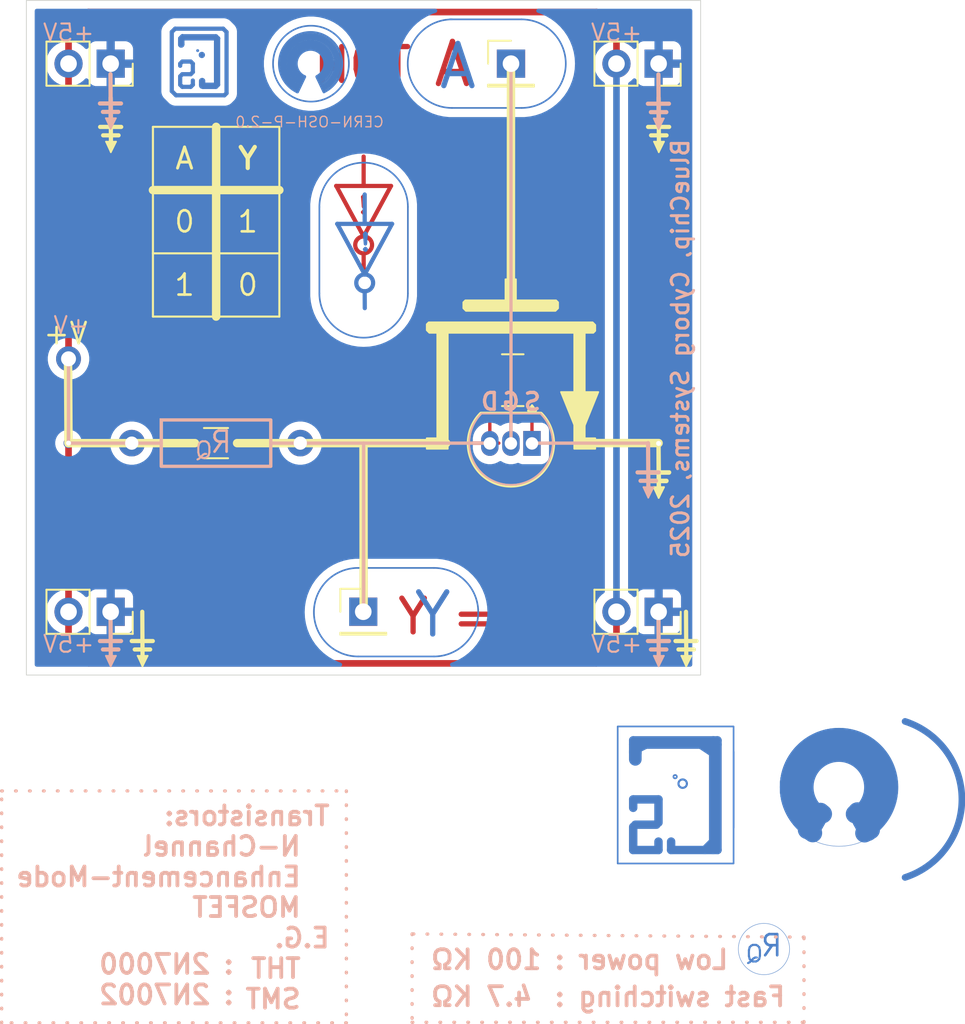
<source format=kicad_pcb>
(kicad_pcb (version 20241229) (generator "pcbnew") (generator_version "9.0")
  (layers (0 "F.Cu" signal) (2 "B.Cu" signal) (13 "F.Paste" user) (15 "B.Paste" user) (5 "F.SilkS" user "F.Silkscreen") (7 "B.SilkS" user "B.Silkscreen") (1 "F.Mask" user) (3 "B.Mask" user) (25 "Edge.Cuts" user))
  (net 0 "")
  (net 1 "Net-(A1-Pin_1)")
  (net 2 "GNDREF")
  (net 3 "VDD")
  (net 4 "Net-(Q13-D)")
  (net 5 "Net-(Q13-S)")
  (footprint "Connector_PinHeader_2.54mm:PinHeader_1x01_P2.54mm_Vertical" (layer "F.Cu") (at 227.321731 106.68329)
    (property "Reference" "A1" (hide yes))
    (property "Value" "Conn_01x01_Pin" (hide yes))
    (fp_line (start -1.38 -1.38) (end 0 -1.38) (stroke (width 0.12)) (layer "F.SilkS"))
    (fp_line (start -1.38 0) (end -1.38 -1.38) (stroke (width 0.12)) (layer "F.SilkS"))
    (fp_line (start -1.38 1.27) (end -1.38 1.38) (stroke (width 0.12)) (layer "F.SilkS"))
    (fp_line (start -1.38 1.27) (end 1.38 1.27) (stroke (width 0.12)) (layer "F.SilkS"))
    (fp_line (start -1.38 1.38) (end 1.38 1.38) (stroke (width 0.12)) (layer "F.SilkS"))
    (fp_line (start 1.38 1.27) (end 1.38 1.38) (stroke (width 0.12)) (layer "F.SilkS"))
    (pad "1" thru_hole rect (at 0 0) (size 1.7 1.7) (drill 1) (layers "*.Cu" "*.Mask") (net 1 "Net-(A1-Pin_1)"))
  )
  (footprint "Package_TO_SOT_THT:TO-92_Inline" (layer "F.Cu") (at 228.586283 129.561263 180)
    (property "Reference" "Q3" (hide yes))
    (property "Value" "2N7000" (hide yes))
    (fp_line (start -0.53 1.85) (end 3.07 1.85) (stroke (width 0.12)) (layer "F.SilkS"))
    (fp_arc (start 1.27 -2.6) (mid 3.672087 -0.994977) (end 3.108478 1.838478) (stroke (width 0.12)) (layer "F.SilkS"))
    (fp_arc (start -0.568478 1.838478) (mid -1.132087 -0.994977) (end 1.27 -2.6) (stroke (width 0.12)) (layer "F.SilkS"))
    (pad "1" thru_hole rect (at 0 0 180) (size 1.05 1.5) (drill 0.75) (layers "*.Cu" "*.Mask") (net 5 "Net-(Q13-S)"))
    (pad "2" thru_hole oval (at 1.27 0 180) (size 1.05 1.5) (drill 0.75) (layers "*.Cu" "*.Mask") (net 1 "Net-(A1-Pin_1)"))
    (pad "3" thru_hole oval (at 2.54 0 180) (size 1.05 1.5) (drill 0.75) (layers "*.Cu" "*.Mask") (net 4 "Net-(Q13-D)"))
  )
  (footprint "Connector_PinSocket_2.54mm:PinSocket_1x02_P2.54mm_Vertical" (layer "F.Cu") (at 203.191731 106.68329 -90)
    (property "Reference" "J1" (hide yes))
    (property "Value" "Conn_01x02_Pin" (hide yes))
    (fp_line (start -1.33 3.87) (end 1.33 3.87) (stroke (width 0.12)) (layer "F.SilkS"))
    (fp_line (start -1.33 1.270001) (end -1.33 3.87) (stroke (width 0.12)) (layer "F.SilkS"))
    (fp_line (start -1.33 1.270001) (end 1.33 1.270001) (stroke (width 0.12)) (layer "F.SilkS"))
    (fp_line (start 1.33 1.270001) (end 1.33 3.87) (stroke (width 0.12)) (layer "F.SilkS"))
    (fp_line (start 0 -1.33) (end 1.33 -1.33) (stroke (width 0.12)) (layer "F.SilkS"))
    (fp_line (start 1.33 -1.33) (end 1.33 0) (stroke (width 0.12)) (layer "F.SilkS"))
    (pad "1" thru_hole rect (at 0 0 270) (size 1.7 1.7) (drill 1) (layers "*.Cu" "*.Mask") (net 2 "GNDREF"))
    (pad "2" thru_hole circle (at 0 2.54 270) (size 1.7 1.7) (drill 1) (layers "*.Cu" "*.Mask") (net 3 "VDD"))
  )
  (footprint "Resistor_THT:R_Axial_DIN0207_L6.3mm_D2.5mm_P10.16mm_Horizontal" (layer "F.Cu") (at 204.461731 129.54329)
    (property "Reference" "R5" (hide yes))
    (property "Value" "R" (hide yes))
    (fp_line (start 1.04 0) (end 1.81 0) (stroke (width 0.12)) (layer "F.SilkS"))
    (fp_line (start 1.81 -1.37) (end 1.81 1.37) (stroke (width 0.12)) (layer "F.SilkS"))
    (fp_line (start 1.81 1.37) (end 8.35 1.37) (stroke (width 0.12)) (layer "F.SilkS"))
    (fp_line (start 8.35 -1.37) (end 1.81 -1.37) (stroke (width 0.12)) (layer "F.SilkS"))
    (fp_line (start 8.35 1.37) (end 8.35 -1.37) (stroke (width 0.12)) (layer "F.SilkS"))
    (fp_line (start 9.12 0) (end 8.35 0) (stroke (width 0.12)) (layer "F.SilkS"))
    (pad "1" thru_hole circle (at 0 0) (size 1.6 1.6) (drill 0.8) (layers "*.Cu" "*.Mask") (net 3 "VDD"))
    (pad "2" thru_hole oval (at 10.16 0) (size 1.6 1.6) (drill 0.8) (layers "*.Cu" "*.Mask") (net 4 "Net-(Q13-D)"))
  )
  (footprint "Connector_PinSocket_2.54mm:PinSocket_1x02_P2.54mm_Vertical" (layer "F.Cu") (at 236.219705 139.70329 -90)
    (property "Reference" "J3" (hide yes))
    (property "Value" "Conn_01x02_Pin" (hide yes))
    (fp_line (start -1.33 3.87) (end 1.33 3.87) (stroke (width 0.12)) (layer "F.SilkS"))
    (fp_line (start -1.33 1.270001) (end -1.33 3.87) (stroke (width 0.12)) (layer "F.SilkS"))
    (fp_line (start -1.33 1.270001) (end 1.33 1.270001) (stroke (width 0.12)) (layer "F.SilkS"))
    (fp_line (start 1.33 1.270001) (end 1.33 3.87) (stroke (width 0.12)) (layer "F.SilkS"))
    (fp_line (start 0 -1.33) (end 1.33 -1.33) (stroke (width 0.12)) (layer "F.SilkS"))
    (fp_line (start 1.33 -1.33) (end 1.33 0) (stroke (width 0.12)) (layer "F.SilkS"))
    (pad "1" thru_hole rect (at 0 0 270) (size 1.7 1.7) (drill 1) (layers "*.Cu" "*.Mask") (net 2 "GNDREF"))
    (pad "2" thru_hole circle (at 0 2.54 270) (size 1.7 1.7) (drill 1) (layers "*.Cu" "*.Mask") (net 3 "VDD"))
  )
  (footprint "Connector_PinSocket_2.54mm:PinSocket_1x02_P2.54mm_Vertical" (layer "F.Cu") (at 236.219705 106.68329 -90)
    (property "Reference" "J4" (hide yes))
    (property "Value" "Conn_01x02_Pin" (hide yes))
    (fp_line (start -1.33 3.87) (end 1.33 3.87) (stroke (width 0.12)) (layer "F.SilkS"))
    (fp_line (start -1.33 1.270001) (end -1.33 3.87) (stroke (width 0.12)) (layer "F.SilkS"))
    (fp_line (start -1.33 1.270001) (end 1.33 1.270001) (stroke (width 0.12)) (layer "F.SilkS"))
    (fp_line (start 1.33 1.270001) (end 1.33 3.87) (stroke (width 0.12)) (layer "F.SilkS"))
    (fp_line (start 0 -1.33) (end 1.33 -1.33) (stroke (width 0.12)) (layer "F.SilkS"))
    (fp_line (start 1.33 -1.33) (end 1.33 0) (stroke (width 0.12)) (layer "F.SilkS"))
    (pad "1" thru_hole rect (at 0 0 270) (size 1.7 1.7) (drill 1) (layers "*.Cu" "*.Mask") (net 2 "GNDREF"))
    (pad "2" thru_hole circle (at 0 2.54 270) (size 1.7 1.7) (drill 1) (layers "*.Cu" "*.Mask") (net 3 "VDD"))
  )
  (footprint "Connector_PinSocket_2.54mm:PinSocket_1x02_P2.54mm_Vertical" (layer "F.Cu") (at 203.191731 139.70329 -90)
    (property "Reference" "J2" (hide yes))
    (property "Value" "Conn_01x02_Pin" (hide yes))
    (fp_line (start -1.33 3.87) (end 1.33 3.87) (stroke (width 0.12)) (layer "F.SilkS"))
    (fp_line (start -1.33 1.270001) (end -1.33 3.87) (stroke (width 0.12)) (layer "F.SilkS"))
    (fp_line (start -1.33 1.270001) (end 1.33 1.270001) (stroke (width 0.12)) (layer "F.SilkS"))
    (fp_line (start 1.33 1.270001) (end 1.33 3.87) (stroke (width 0.12)) (layer "F.SilkS"))
    (fp_line (start 0 -1.33) (end 1.33 -1.33) (stroke (width 0.12)) (layer "F.SilkS"))
    (fp_line (start 1.33 -1.33) (end 1.33 0) (stroke (width 0.12)) (layer "F.SilkS"))
    (pad "1" thru_hole rect (at 0 0 270) (size 1.7 1.7) (drill 1) (layers "*.Cu" "*.Mask") (net 2 "GNDREF"))
    (pad "2" thru_hole circle (at 0 2.54 270) (size 1.7 1.7) (drill 1) (layers "*.Cu" "*.Mask") (net 3 "VDD"))
  )
  (footprint "Connector_PinHeader_2.54mm:PinHeader_1x01_P2.54mm_Vertical" (layer "F.Cu") (at 218.416284 139.7)
    (property "Reference" "Y1" (hide yes))
    (property "Value" "Conn_01x01_Pin" (hide yes))
    (fp_line (start -1.38 -1.38) (end 0 -1.38) (stroke (width 0.12)) (layer "F.SilkS"))
    (fp_line (start -1.38 0) (end -1.38 -1.38) (stroke (width 0.12)) (layer "F.SilkS"))
    (fp_line (start -1.38 1.27) (end -1.38 1.38) (stroke (width 0.12)) (layer "F.SilkS"))
    (fp_line (start -1.38 1.27) (end 1.38 1.27) (stroke (width 0.12)) (layer "F.SilkS"))
    (fp_line (start -1.38 1.38) (end 1.38 1.38) (stroke (width 0.12)) (layer "F.SilkS"))
    (fp_line (start 1.38 1.27) (end 1.38 1.38) (stroke (width 0.12)) (layer "F.SilkS"))
    (pad "1" thru_hole rect (at 0 0) (size 1.7 1.7) (drill 1) (layers "*.Cu" "*.Mask") (net 4 "Net-(Q13-D)"))
  )
  (footprint "Resistor_SMD:R_1206_3216Metric" (layer "F.Cu") (at 209.541731 129.54329)
    (property "Reference" "R15" (hide yes))
    (property "Value" "R" (hide yes))
    (fp_line (start -0.727064 -0.91) (end 0.727064 -0.91) (stroke (width 0.12)) (layer "F.SilkS"))
    (fp_line (start -0.727064 0.91) (end 0.727064 0.91) (stroke (width 0.12)) (layer "F.SilkS"))
    (pad "1" smd roundrect (at -1.4625 0) (size 1.125 1.75) (layers "F.Cu" "F.Mask" "F.Paste") (roundrect_rratio 0.222222) (net 3 "VDD"))
    (pad "2" smd roundrect (at 1.4625 0) (size 1.125 1.75) (layers "F.Cu" "F.Mask" "F.Paste") (roundrect_rratio 0.222222) (net 4 "Net-(Q13-D)"))
  )
  (footprint "Package_TO_SOT_SMD:SOT-23" (layer "F.Cu") (at 227.427779 125.751263 180)
    (property "Reference" "Q13" (hide yes))
    (property "Value" "2N7000" (hide yes))
    (fp_line (start 0 1.56) (end 0.65 1.56) (stroke (width 0.12)) (layer "F.SilkS"))
    (fp_line (start 0 1.56) (end -0.65 1.56) (stroke (width 0.12)) (layer "F.SilkS"))
    (fp_line (start 0 -1.56) (end 0.65 -1.56) (stroke (width 0.12)) (layer "F.SilkS"))
    (fp_line (start 0 -1.56) (end -0.65 -1.56) (stroke (width 0.12)) (layer "F.SilkS"))
    (fp_poly (pts (xy -1.1625 -1.51) (xy -1.4025 -1.84) (xy -0.9225 -1.84)) (stroke (width 0.12)) (fill yes) (layer "F.SilkS"))
    (pad "1" smd roundrect (at -0.9375 -0.95 180) (size 1.475 0.6) (layers "F.Cu" "F.Mask" "F.Paste") (net 5 "Net-(Q13-S)"))
    (pad "2" smd roundrect (at -0.9375 0.95 180) (size 1.475 0.6) (layers "F.Cu" "F.Mask" "F.Paste") (net 1 "Net-(A1-Pin_1)"))
    (pad "3" smd roundrect (at 0.9375 0 180) (size 1.475 0.6) (layers "F.Cu" "F.Mask" "F.Paste") (net 4 "Net-(Q13-D)"))
  )
  (gr_line (start 218.439705 118.11) (end 218.444695 119.126) (stroke (width 0.254)) (layer "F.Cu"))
  (gr_line (start 216.788705 114.046) (end 218.439705 117.094) (stroke (width 0.254)) (layer "F.Cu"))
  (gr_line (start 218.439705 114.03561) (end 218.439705 112.278389) (stroke (width 0.254)) (layer "F.Cu"))
  (gr_circle (center 218.439705 117.602) (end 218.947705 117.602) (stroke (width 0.254)) (fill no) (layer "F.Cu"))
  (gr_line (start 218.439705 117.094) (end 220.090705 114.046) (stroke (width 0.254)) (layer "F.Cu"))
  (gr_line (start 239.767731 147.70429) (end 234.687731 147.70429) (stroke (width 0.508)) (layer "B.Cu"))
  (gr_circle (center 248.837574 152.95076) (end 248.888374 152.97616) (stroke (width 0.508)) (fill no) (layer "B.Cu"))
  (gr_arc (start 218.108487 142.39572) (mid 215.441471 139.72873) (end 218.108487 137.06172) (stroke (width 0.1)) (layer "B.Cu"))
  (gr_arc (start 227.956731 104.01629) (mid 230.623768 106.683332) (end 227.956731 109.35029) (stroke (width 0.1)) (layer "B.Cu"))
  (gr_arc (start 245.607153 153.397744) (mid 247.09715 146.811016) (end 248.532958 153.409764) (stroke (width 0.2)) (layer "B.Cu"))
  (gr_circle (center 248.515214 153.31687) (end 248.515214 153.31687) (stroke (width 0.254)) (fill no) (layer "B.Cu"))
  (gr_line (start 234.687731 151.00629) (end 234.687731 151.51429) (stroke (width 0.508)) (layer "B.Cu"))
  (gr_circle (center 242.569705 160.02) (end 241.058161 160.339943) (stroke (width 0.0254)) (fill no) (layer "B.Cu"))
  (gr_line (start 236.211731 151.00629) (end 236.211731 152.40329) (stroke (width 0.508)) (layer "B.Cu"))
  (gr_line (start 239.767731 147.45029) (end 239.767731 154.05429) (stroke (width 0.508)) (layer "B.Cu"))
  (gr_arc (start 214.50302 108.080261) (mid 215.230079 105.105729) (end 215.97841 108.074969) (stroke (width 0.127)) (layer "B.Cu"))
  (gr_arc (start 214.42682 108.156461) (mid 215.295506 105.002154) (end 215.948614 108.208042) (stroke (width 0.127)) (layer "B.Cu"))
  (gr_circle (center 245.1725 152.833745) (end 245.2233 152.859145) (stroke (width 0.508)) (fill no) (layer "B.Cu"))
  (gr_line (start 216.852205 116.332) (end 218.503205 119.38) (stroke (width 0.254)) (layer "B.Cu"))
  (gr_circle (center 248.063975 151.887874) (end 248.114775 151.913274) (stroke (width 0.508)) (fill no) (layer "B.Cu"))
  (gr_circle (center 237.670137 150.057079) (end 237.924137 150.057079) (stroke (width 0.127)) (fill no) (layer "B.Cu"))
  (gr_circle (center 237.215121 149.6377) (end 237.316721 149.6377) (stroke (width 0.1016)) (fill no) (layer "B.Cu"))
  (gr_line (start 239.767731 147.45029) (end 234.687731 147.45029) (stroke (width 0.508)) (layer "B.Cu"))
  (gr_arc (start 214.549821 107.873699) (mid 215.261015 105.311817) (end 215.860673 107.902076) (stroke (width 0.127)) (layer "B.Cu"))
  (gr_arc (start 251.074944 146.307323) (mid 254.499735 151.006292) (end 251.074961 155.705269) (stroke (width 0.4)) (layer "B.Cu"))
  (gr_circle (center 248.200531 151.742888) (end 248.251331 151.768288) (stroke (width 0.508)) (fill no) (layer "B.Cu"))
  (gr_line (start 215.772705 115.316) (end 215.772705 120.523) (stroke (width 0.1)) (layer "B.Cu"))
  (gr_arc (start 214.45222 108.410461) (mid 215.232508 104.785059) (end 216.039962 108.404504) (stroke (width 0.127)) (layer "B.Cu"))
  (gr_line (start 214.874154 107.472674) (end 214.445333 108.37219) (stroke (width 0.2)) (layer "B.Cu"))
  (gr_arc (start 215.772705 115.316) (mid 218.439705 112.649) (end 221.106705 115.316) (stroke (width 0.1)) (layer "B.Cu"))
  (gr_arc (start 214.68082 107.673861) (mid 215.203652 105.548641) (end 215.842413 107.64198) (stroke (width 0.127)) (layer "B.Cu"))
  (gr_arc (start 245.27741 152.05622) (mid 247.095686 147.72973) (end 248.870405 152.074275) (stroke (width 2.032)) (layer "B.Cu"))
  (gr_circle (center 245.382152 152.936133) (end 245.432952 152.961533) (stroke (width 0.508)) (fill no) (layer "B.Cu"))
  (gr_line (start 234.687731 154.05429) (end 234.687731 152.65729) (stroke (width 0.508)) (layer "B.Cu"))
  (gr_circle (center 215.26502 106.683261) (end 212.97902 106.683261) (stroke (width 0.1)) (fill no) (layer "B.Cu"))
  (gr_line (start 234.814731 148.08529) (end 234.814731 148.59329) (stroke (width 0.762)) (layer "B.Cu"))
  (gr_arc (start 214.75702 107.445261) (mid 215.224353 105.785861) (end 215.717417 107.437804) (stroke (width 0.127)) (layer "B.Cu"))
  (gr_circle (center 218.503205 119.888) (end 219.011205 119.888) (stroke (width 0.254)) (fill no) (layer "B.Cu"))
  (gr_line (start 223.765731 109.35029) (end 227.956731 109.35029) (stroke (width 0.1)) (layer "B.Cu"))
  (gr_line (start 227.956731 104.01629) (end 223.638731 104.01629) (stroke (width 0.1)) (layer "B.Cu"))
  (gr_line (start 247.946531 151.946088) (end 248.556131 153.114488) (stroke (width 0.508)) (layer "B.Cu"))
  (gr_arc (start 214.60462 107.750061) (mid 215.13687 105.448044) (end 216.025333 107.637426) (stroke (width 0.127)) (layer "B.Cu"))
  (gr_line (start 215.630291 107.467949) (end 216.05242 108.359661) (stroke (width 0.2)) (layer "B.Cu"))
  (gr_line (start 240.737078 148.13613) (end 240.737078 152.70813) (stroke (width 0.1)) (layer "B.Cu"))
  (gr_arc (start 214.60462 107.793347) (mid 215.175907 105.349001) (end 215.84679 107.767941) (stroke (width 0.127)) (layer "B.Cu"))
  (gr_line (start 222.680487 142.39572) (end 218.108487 142.39572) (stroke (width 0.1)) (layer "B.Cu"))
  (gr_arc (start 222.680487 137.06172) (mid 225.347471 139.72873) (end 222.680487 142.39572) (stroke (width 0.1)) (layer "B.Cu"))
  (gr_circle (center 208.434772 105.897032) (end 208.510972 105.897032) (stroke (width 0.0254)) (fill yes) (layer "B.Cu"))
  (gr_line (start 238.751731 147.70429) (end 239.513731 148.21229) (stroke (width 0.508)) (layer "B.Cu"))
  (gr_line (start 221.106705 120.523) (end 221.106705 115.316) (stroke (width 0.1)) (layer "B.Cu"))
  (gr_circle (center 248.632331 153.038288) (end 248.683131 153.063688) (stroke (width 0.508)) (fill no) (layer "B.Cu"))
  (gr_line (start 236.084731 152.53029) (end 234.814731 152.53029) (stroke (width 0.508)) (layer "B.Cu"))
  (gr_circle (center 245.972103 151.770859) (end 246.022903 151.796259) (stroke (width 0.508)) (fill no) (layer "B.Cu"))
  (gr_line (start 239.005731 154.05429) (end 239.513731 153.54629) (stroke (width 0.508)) (layer "B.Cu"))
  (gr_arc (start 223.765731 109.35029) (mid 221.098768 106.683332) (end 223.765731 104.01629) (stroke (width 0.1)) (layer "B.Cu"))
  (gr_line (start 218.108487 137.06172) (end 222.680487 137.06172) (stroke (width 0.1)) (layer "B.Cu"))
  (gr_circle (center 246.108621 151.882998) (end 246.159421 151.908398) (stroke (width 0.508)) (fill no) (layer "B.Cu"))
  (gr_line (start 234.687731 147.45029) (end 234.687731 148.21229) (stroke (width 0.508)) (layer "B.Cu"))
  (gr_line (start 239.513731 153.54629) (end 239.513731 147.95829) (stroke (width 0.508)) (layer "B.Cu"))
  (gr_line (start 239.767731 154.05429) (end 236.973731 154.05429) (stroke (width 0.508)) (layer "B.Cu"))
  (gr_rect (start 233.752078 146.61213) (end 240.737078 154.86713) (stroke (width 0.1)) (fill no) (layer "B.Cu"))
  (gr_line (start 234.941731 147.70429) (end 234.941731 148.21229) (stroke (width 0.508)) (layer "B.Cu"))
  (gr_line (start 234.687731 151.00629) (end 236.211731 151.00629) (stroke (width 0.508)) (layer "B.Cu"))
  (gr_line (start 218.503205 119.38) (end 220.154205 116.332) (stroke (width 0.254)) (layer "B.Cu"))
  (gr_circle (center 248.996845 152.843496) (end 249.047645 152.868896) (stroke (width 0.508)) (fill no) (layer "B.Cu"))
  (gr_arc (start 214.75702 107.63734) (mid 215.248008 105.616441) (end 215.68893 107.648886) (stroke (width 0.127)) (layer "B.Cu"))
  (gr_line (start 236.211731 154.05429) (end 234.687731 154.05429) (stroke (width 0.508)) (layer "B.Cu"))
  (gr_line (start 236.211731 153.54629) (end 236.211731 154.05429) (stroke (width 0.508)) (layer "B.Cu"))
  (gr_line (start 236.973731 153.54629) (end 236.973731 154.05429) (stroke (width 0.508)) (layer "B.Cu"))
  (gr_arc (start 214.55382 108.004061) (mid 215.237179 105.195571) (end 215.924885 108.003037) (stroke (width 0.127)) (layer "B.Cu"))
  (gr_line (start 235.449731 147.70429) (end 234.941731 147.95829) (stroke (width 0.508)) (layer "B.Cu"))
  (gr_line (start 218.503205 116.32161) (end 218.503205 114.564389) (stroke (width 0.254)) (layer "B.Cu"))
  (gr_arc (start 214.75702 107.568683) (mid 215.210861 105.678376) (end 215.74762 107.54686) (stroke (width 0.127)) (layer "B.Cu"))
  (gr_circle (center 245.513794 153.02877) (end 245.564594 153.05417) (stroke (width 0.508)) (fill no) (layer "B.Cu"))
  (gr_arc (start 214.887714 107.445705) (mid 215.201685 105.844323) (end 215.658926 107.410821) (stroke (width 0.127)) (layer "B.Cu"))
  (gr_arc (start 221.106705 120.523) (mid 218.439705 123.19) (end 215.772705 120.523) (stroke (width 0.1)) (layer "B.Cu"))
  (gr_arc (start 214.40142 108.258061) (mid 215.273378 104.903216) (end 215.988973 108.294825) (stroke (width 0.127)) (layer "B.Cu"))
  (gr_line (start 246.270131 151.920688) (end 245.584331 153.139888) (stroke (width 0.508)) (layer "B.Cu"))
  (gr_circle (center 208.687022 106.158719) (end 208.687022 106.031719) (stroke (width 0.127)) (fill yes) (layer "B.Cu"))
  (gr_line (start 239.513731 147.45029) (end 239.513731 154.05429) (stroke (width 0.508)) (layer "B.Cu"))
  (gr_circle (center 245.637845 153.302861) (end 245.637845 153.302861) (stroke (width 0.254)) (fill no) (layer "B.Cu"))
  (gr_line (start 218.503205 120.396) (end 218.508195 121.412) (stroke (width 0.254)) (layer "B.Cu"))
  (gr_circle (center 247.095695 150.26972) (end 243.535977 150.279471) (stroke (width 0.0254)) (fill no) (layers "B.Cu" "B.Mask"))
  (gr_line (start 237.236 141.46578) (end 238.506 141.46578) (stroke (width 0.254)) (layer "F.SilkS"))
  (gr_line (start 235.939452 111.38229) (end 236.545163 111.38229) (stroke (width 0.1)) (layer "F.SilkS"))
  (gr_line (start 205.115981 142.7668) (end 205.097026 139.70329) (stroke (width 0.254)) (layer "F.SilkS"))
  (gr_line (start 237.882656 142.98978) (end 237.590747 142.35478) (stroke (width 0.1)) (layer "F.SilkS"))
  (gr_line (start 202.737005 111.00129) (end 203.668351 111.00129) (stroke (width 0.254)) (layer "F.SilkS"))
  (gr_line (start 205.422484 142.35478) (end 205.108682 142.98978) (stroke (width 0.1)) (layer "F.SilkS"))
  (gr_poly (pts (xy 224.605439 121.576458) (xy 224.446689 121.417708) (xy 224.446689 121.06052) (xy 224.565751 120.941458) (xy 226.986689 120.941458) (xy 226.986689 119.671458) (xy 227.621689 119.671458) (xy 227.621689 120.941458) (xy 230.042627 120.941458) (xy 230.161689 121.06052) (xy 230.161689 121.417708) (xy 230.002939 121.576458)) (stroke (width 0.1)) (fill yes) (layer "F.SilkS"))
  (gr_line (start 237.590747 142.35478) (end 238.196458 142.35478) (stroke (width 0.1)) (layer "F.SilkS"))
  (gr_line (start 231.868084 129.54) (end 236.219705 129.54) (stroke (width 0.508)) (layer "F.SilkS"))
  (gr_line (start 235.584705 131.30249) (end 236.854705 131.30249) (stroke (width 0.254)) (layer "F.SilkS"))
  (gr_line (start 236.122908 132.400656) (end 236.346705 132.397412) (stroke (width 0.1)) (layer "F.SilkS"))
  (gr_line (start 236.056958 111.483343) (end 236.404006 111.483343) (stroke (width 0.2032)) (layer "F.SilkS"))
  (gr_line (start 237.774203 142.563946) (end 237.998 142.560702) (stroke (width 0.1)) (layer "F.SilkS"))
  (gr_line (start 235.575227 131.323753) (end 236.845227 131.323753) (stroke (width 0.254)) (layer "F.SilkS"))
  (gr_line (start 203.028984 111.483343) (end 203.376032 111.483343) (stroke (width 0.2032)) (layer "F.SilkS"))
  (gr_line (start 237.889955 142.7668) (end 237.871 139.70329) (stroke (width 0.254)) (layer "F.SilkS"))
  (gr_line (start 236.23866 111.79431) (end 236.219705 108.7308) (stroke (width 0.254)) (layer "F.SilkS"))
  (gr_poly (pts (xy 232.585186 126.463134) (xy 231.457883 129.249432) (xy 230.332729 126.463036)) (stroke (width 0.1)) (fill yes) (layer "F.SilkS"))
  (gr_line (start 204.934279 142.455833) (end 205.281327 142.455833) (stroke (width 0.2032)) (layer "F.SilkS"))
  (gr_line (start 236.221883 132.847753) (end 235.929974 132.212753) (stroke (width 0.1)) (layer "F.SilkS"))
  (gr_line (start 236.11343 132.421919) (end 236.337227 132.418675) (stroke (width 0.1)) (layer "F.SilkS"))
  (gr_line (start 235.764979 111.00129) (end 236.696325 111.00129) (stroke (width 0.254)) (layer "F.SilkS"))
  (gr_line (start 204.816773 142.35478) (end 205.422484 142.35478) (stroke (width 0.1)) (layer "F.SilkS"))
  (gr_line (start 227.316284 120.036263) (end 227.321731 106.68329) (stroke (width 0.508)) (layer "F.SilkS"))
  (gr_line (start 205.108682 142.98978) (end 204.816773 142.35478) (stroke (width 0.1)) (layer "F.SilkS"))
  (gr_line (start 236.229182 132.624773) (end 236.210227 129.561263) (stroke (width 0.254)) (layer "F.SilkS"))
  (gr_line (start 208.271731 129.54329) (end 200.651731 129.54329) (stroke (width 0.508)) (layer "F.SilkS"))
  (gr_poly (pts (xy 222.242026 129.884432) (xy 222.242026 129.249432) (xy 222.877026 129.249432) (xy 222.877026 122.899432) (xy 222.400776 122.899432) (xy 222.242026 122.740682) (xy 222.242026 122.383494) (xy 222.361088 122.264432) (xy 232.243276 122.264432) (xy 232.402026 122.423182) (xy 232.402026 122.78037) (xy 232.282964 122.899432) (xy 231.767026 122.899432) (xy 231.767026 129.249432) (xy 232.402026 129.249432) (xy 232.402026 129.884432) (xy 231.132026 129.884432) (xy 231.132026 122.899432) (xy 223.512026 122.899432) (xy 223.512026 129.884432)) (stroke (width 0.1)) (fill yes) (layer "F.SilkS"))
  (gr_line (start 236.545163 111.38229) (end 236.231361 112.01729) (stroke (width 0.1)) (layer "F.SilkS"))
  (gr_line (start 236.122908 111.591456) (end 236.346705 111.588212) (stroke (width 0.1)) (layer "F.SilkS"))
  (gr_line (start 210.811731 129.54329) (end 223.418352 129.54329) (stroke (width 0.508)) (layer "F.SilkS"))
  (gr_line (start 203.094934 111.591456) (end 203.318731 111.588212) (stroke (width 0.1)) (layer "F.SilkS"))
  (gr_line (start 236.056958 132.292543) (end 236.404006 132.292543) (stroke (width 0.2032)) (layer "F.SilkS"))
  (gr_line (start 236.231361 112.01729) (end 235.939452 111.38229) (stroke (width 0.1)) (layer "F.SilkS"))
  (gr_line (start 237.416274 141.97378) (end 238.34762 141.97378) (stroke (width 0.254)) (layer "F.SilkS"))
  (gr_line (start 236.04748 132.313806) (end 236.394528 132.313806) (stroke (width 0.2032)) (layer "F.SilkS"))
  (gr_line (start 209.549705 110.49) (end 209.549705 121.92) (stroke (width 0.508)) (layer "F.SilkS"))
  (gr_line (start 238.196458 142.35478) (end 237.882656 142.98978) (stroke (width 0.1)) (layer "F.SilkS"))
  (gr_line (start 203.203387 112.01729) (end 202.911478 111.38229) (stroke (width 0.1)) (layer "F.SilkS"))
  (gr_line (start 236.231361 132.82649) (end 235.939452 132.19149) (stroke (width 0.1)) (layer "F.SilkS"))
  (gr_line (start 204.6423 141.97378) (end 205.573646 141.97378) (stroke (width 0.254)) (layer "F.SilkS"))
  (gr_line (start 236.23866 132.60351) (end 236.219705 129.54) (stroke (width 0.254)) (layer "F.SilkS"))
  (gr_line (start 235.939452 132.19149) (end 236.545163 132.19149) (stroke (width 0.1)) (layer "F.SilkS"))
  (gr_line (start 204.462026 141.46578) (end 205.732026 141.46578) (stroke (width 0.254)) (layer "F.SilkS"))
  (gr_line (start 235.764979 131.81049) (end 236.696325 131.81049) (stroke (width 0.254)) (layer "F.SilkS"))
  (gr_line (start 205.739705 114.3) (end 213.359705 114.3) (stroke (width 0.508)) (layer "F.SilkS"))
  (gr_line (start 236.545163 132.19149) (end 236.231361 132.82649) (stroke (width 0.1)) (layer "F.SilkS"))
  (gr_line (start 200.651731 129.54329) (end 200.621731 124.46329) (stroke (width 0.508)) (layer "F.SilkS"))
  (gr_line (start 202.556731 110.49329) (end 203.826731 110.49329) (stroke (width 0.254)) (layer "F.SilkS"))
  (gr_line (start 235.584705 110.49329) (end 236.854705 110.49329) (stroke (width 0.254)) (layer "F.SilkS"))
  (gr_line (start 218.431731 129.54329) (end 218.440923 139.7) (stroke (width 0.508)) (layer "F.SilkS"))
  (gr_line (start 235.929974 132.212753) (end 236.535685 132.212753) (stroke (width 0.1)) (layer "F.SilkS"))
  (gr_line (start 205.000229 142.563946) (end 205.224026 142.560702) (stroke (width 0.1)) (layer "F.SilkS"))
  (gr_line (start 203.517189 111.38229) (end 203.203387 112.01729) (stroke (width 0.1)) (layer "F.SilkS"))
  (gr_line (start 235.755501 131.831753) (end 236.686847 131.831753) (stroke (width 0.254)) (layer "F.SilkS"))
  (gr_line (start 203.210686 111.79431) (end 203.191731 108.7308) (stroke (width 0.254)) (layer "F.SilkS"))
  (gr_line (start 237.708253 142.455833) (end 238.055301 142.455833) (stroke (width 0.2032)) (layer "F.SilkS"))
  (gr_line (start 202.911478 111.38229) (end 203.517189 111.38229) (stroke (width 0.1)) (layer "F.SilkS"))
  (gr_line (start 236.535685 132.212753) (end 236.221883 132.847753) (stroke (width 0.1)) (layer "F.SilkS"))
  (gr_line (start 203.083278 110.178946) (end 203.307075 110.175702) (stroke (width 0.1)) (layer "B.SilkS"))
  (gr_line (start 236.219705 110.62029) (end 235.927796 109.98529) (stroke (width 0.1)) (layer "B.SilkS"))
  (gr_poly (pts (xy 221.36041 159.109966) (xy 221.36041 164.433556) (xy 244.98241 164.433556) (xy 244.98241 159.303589)) (stroke (width 0.2) (type dot)) (fill no) (layer "B.SilkS"))
  (gr_line (start 203.191731 110.60478) (end 202.899822 109.96978) (stroke (width 0.1)) (layer "B.SilkS"))
  (gr_line (start 236.229182 142.7668) (end 236.210227 139.70329) (stroke (width 0.254)) (layer "B.SilkS"))
  (gr_line (start 202.547253 141.46578) (end 203.817253 141.46578) (stroke (width 0.254)) (layer "B.SilkS"))
  (gr_line (start 202.545075 109.08078) (end 203.815075 109.08078) (stroke (width 0.254)) (layer "B.SilkS"))
  (gr_line (start 235.422253 132.295833) (end 235.769301 132.295833) (stroke (width 0.2032)) (layer "B.SilkS"))
  (gr_line (start 235.585 129.54329) (end 228.591731 129.54329) (stroke (width 0.2)) (layer "B.SilkS"))
  (gr_line (start 235.753323 109.60429) (end 236.684669 109.60429) (stroke (width 0.254)) (layer "B.SilkS"))
  (gr_line (start 236.045302 110.086343) (end 236.39235 110.086343) (stroke (width 0.2032)) (layer "B.SilkS"))
  (gr_line (start 203.505533 109.96978) (end 203.191731 110.60478) (stroke (width 0.1)) (layer "B.SilkS"))
  (gr_line (start 235.929974 142.35478) (end 236.535685 142.35478) (stroke (width 0.1)) (layer "B.SilkS"))
  (gr_line (start 234.95 131.30578) (end 236.22 131.30578) (stroke (width 0.254)) (layer "B.SilkS"))
  (gr_line (start 202.902 142.35478) (end 203.507711 142.35478) (stroke (width 0.1)) (layer "B.SilkS"))
  (gr_line (start 236.535685 142.35478) (end 236.221883 142.98978) (stroke (width 0.1)) (layer "B.SilkS"))
  (gr_line (start 206.239731 129.54329) (end 200.651731 129.54329) (stroke (width 0.2)) (layer "B.SilkS"))
  (gr_line (start 225.543731 127.76529) (end 229.09973 127.76529) (stroke (width 0.1)) (layer "B.SilkS"))
  (gr_arc (start 229.099732 127.76529) (mid 227.321732 132.057762) (end 225.543732 127.76529) (stroke (width 0.1)) (layer "B.SilkS"))
  (gr_line (start 235.596656 132.82978) (end 235.304747 132.19478) (stroke (width 0.1)) (layer "B.SilkS"))
  (gr_line (start 235.575227 141.46578) (end 236.845227 141.46578) (stroke (width 0.254)) (layer "B.SilkS"))
  (gr_line (start 235.603955 132.6068) (end 235.585 129.54329) (stroke (width 0.254)) (layer "B.SilkS"))
  (gr_line (start 226.051731 129.54329) (end 212.843731 129.54329) (stroke (width 0.2)) (layer "B.SilkS"))
  (gr_line (start 203.019506 142.455833) (end 203.366554 142.455833) (stroke (width 0.2032)) (layer "B.SilkS"))
  (gr_line (start 236.11343 142.563946) (end 236.337227 142.560702) (stroke (width 0.1)) (layer "B.SilkS"))
  (gr_line (start 202.727527 141.97378) (end 203.658873 141.97378) (stroke (width 0.254)) (layer "B.SilkS"))
  (gr_line (start 202.725349 109.58878) (end 203.656695 109.58878) (stroke (width 0.254)) (layer "B.SilkS"))
  (gr_line (start 235.910458 132.19478) (end 235.596656 132.82978) (stroke (width 0.1)) (layer "B.SilkS"))
  (gr_line (start 235.927796 109.98529) (end 236.533507 109.98529) (stroke (width 0.1)) (layer "B.SilkS"))
  (gr_line (start 203.085456 142.563946) (end 203.309253 142.560702) (stroke (width 0.1)) (layer "B.SilkS"))
  (gr_arc (start 229.099731 127.76529) (mid 227.321731 132.057762) (end 225.543731 127.76529) (stroke (width 0.1)) (layer "B.SilkS"))
  (gr_line (start 200.651731 129.54329) (end 200.651731 124.46329) (stroke (width 0.2)) (layer "B.SilkS"))
  (gr_rect (start 206.239731 128.14629) (end 212.843731 130.94029) (stroke (width 0.2)) (fill no) (layer "B.SilkS"))
  (gr_line (start 235.304747 132.19478) (end 235.910458 132.19478) (stroke (width 0.1)) (layer "B.SilkS"))
  (gr_line (start 235.755501 141.97378) (end 236.686847 141.97378) (stroke (width 0.254)) (layer "B.SilkS"))
  (gr_line (start 236.04748 142.455833) (end 236.394528 142.455833) (stroke (width 0.2032)) (layer "B.SilkS"))
  (gr_line (start 203.201208 142.7668) (end 203.182253 139.70329) (stroke (width 0.254)) (layer "B.SilkS"))
  (gr_line (start 235.488203 132.403946) (end 235.712 132.400702) (stroke (width 0.1)) (layer "B.SilkS"))
  (gr_line (start 227.321731 106.68329) (end 227.321731 129.54329) (stroke (width 0.2)) (layer "B.SilkS"))
  (gr_line (start 203.193909 142.98978) (end 202.902 142.35478) (stroke (width 0.1)) (layer "B.SilkS"))
  (gr_line (start 236.111252 110.194456) (end 236.335049 110.191212) (stroke (width 0.1)) (layer "B.SilkS"))
  (gr_rect (start 196.6212 150.495) (end 217.398211 164.465) (stroke (width 0.2) (type dot)) (fill no) (layer "B.SilkS"))
  (gr_line (start 235.573049 109.09629) (end 236.843049 109.09629) (stroke (width 0.254)) (layer "B.SilkS"))
  (gr_line (start 236.221883 142.98978) (end 235.929974 142.35478) (stroke (width 0.1)) (layer "B.SilkS"))
  (gr_line (start 225.543732 127.76529) (end 229.099731 127.76529) (stroke (width 0.1)) (layer "B.SilkS"))
  (gr_line (start 202.899822 109.96978) (end 203.505533 109.96978) (stroke (width 0.1)) (layer "B.SilkS"))
  (gr_line (start 236.533507 109.98529) (end 236.219705 110.62029) (stroke (width 0.1)) (layer "B.SilkS"))
  (gr_line (start 236.227004 110.39731) (end 236.208049 107.3338) (stroke (width 0.254)) (layer "B.SilkS"))
  (gr_line (start 218.439705 139.7) (end 218.439705 129.54) (stroke (width 0.2)) (layer "B.SilkS"))
  (gr_line (start 203.017328 110.070833) (end 203.364376 110.070833) (stroke (width 0.2032)) (layer "B.SilkS"))
  (gr_line (start 203.507711 142.35478) (end 203.193909 142.98978) (stroke (width 0.1)) (layer "B.SilkS"))
  (gr_line (start 235.130274 131.81378) (end 236.06162 131.81378) (stroke (width 0.254)) (layer "B.SilkS"))
  (gr_line (start 203.19903 110.3818) (end 203.180075 107.31829) (stroke (width 0.254)) (layer "B.SilkS"))
  (gr_rect (start 198.112026 102.87329) (end 238.752026 143.51329) (stroke (width 0.05)) (fill no) (layer "Edge.Cuts"))
  (gr_text "A" (at 222.495731 108.20729 0) (layer "F.Cu") (effects (font (size 2.54 2.54) (thickness 0.3175)) (justify left bottom)))
  (gr_text "Y = ~{A}" (at 220.340739 141.179113 0) (layer "F.Cu") (effects (font (size 2.032 2.032) (thickness 0.3175)) (justify left bottom)))
  (gr_text "!" (at 218.054688 115.814609 0) (layer "F.Cu") (effects (font (size 1.016 1.016) (thickness 0.2032) (bold yes)) (justify left bottom)))
  (gr_text "NOT" (at 215.264705 107.95 0) (layer "F.Cu") (effects (font (size 2.032 2.032) (thickness 0.3175)) (justify left bottom)))
  (gr_text "A" (at 225.416731 108.33429 0) (layer "B.Cu") (effects (font (size 2.54 2.54) (thickness 0.3175)) (justify left bottom mirror)))
  (gr_text "Y" (at 223.900705 141.36742 0) (layer "B.Cu") (effects (font (size 2.54 2.54) (thickness 0.3175)) (justify left bottom mirror)))
  (gr_text "!" (at 218.171619 118.054278 0) (layer "B.Cu") (effects (font (size 1.016 1.016) (thickness 0.2032) (bold yes)) (justify left bottom)))
  (gr_text "Q" (at 242.601518 160.897333 0) (layer "B.Cu") (effects (font (size 1 1) (thickness 0.127) (bold yes)) (justify left bottom mirror)))
  (gr_text "R" (at 243.773412 160.555462 0) (layer "B.Cu") (effects (font (size 1.27 1.27) (thickness 0.15875)) (justify left bottom mirror)))
  (gr_text "+V" (at 199.039457 123.682709 0) (layer "F.SilkS") (effects (font (size 1.27 1.27) (thickness 0.15875)) (justify left bottom)))
  (gr_text "R" (at 210.586625 130.217419 0) (layer "B.SilkS") (effects (font (size 1.27 1.27) (thickness 0.15875)) (justify left bottom mirror)))
  (gr_text ": 2N7000\n: 2N7002" (at 210.730711 163.449 0) (layer "B.SilkS") (effects (font (size 1.143 1.143) (thickness 0.2286) (bold yes)) (justify left bottom mirror)))
  (gr_text "4.7 KΩ" (at 228.722993 163.554966 0) (layer "B.SilkS") (effects (font (size 1.143 1.143) (thickness 0.2286) (bold yes)) (justify left bottom mirror)))
  (gr_text "D" (at 226.686731 127.63829 0) (layer "B.SilkS") (effects (font (size 1.016 1.016) (thickness 0.2032) (bold yes)) (justify left bottom mirror)))
  (gr_text "BlueChip, Cyborg Systems, 2025" (at 238.125 111.12829 90) (layer "B.SilkS") (effects (font (size 1.016 1.016) (thickness 0.1778) (bold yes)) (justify left bottom mirror)))
  (gr_text "CERN-OSH-P-2.0" (at 215.180531 110.56949 0) (layer "B.SilkS") (effects (font (size 0.635 0.635) (thickness 0.079375)) (justify bottom mirror)))
  (gr_text "S" (at 229.226731 127.63829 0) (layer "B.SilkS") (effects (font (size 1.016 1.016) (thickness 0.2032) (bold yes)) (justify left bottom mirror)))
  (gr_text "Transistors:\n  N-Channel\n  Enhancement-Mode\n  MOSFET\nE.G.\n  THT\n  SMT" (at 216.509211 163.703 0) (layer "B.SilkS") (effects (font (size 1.143 1.143) (thickness 0.2286) (bold yes)) (justify left bottom mirror)))
  (gr_text "Fast switching :" (at 243.962993 163.564771 0) (layer "B.SilkS") (effects (font (size 1.143 1.143) (thickness 0.2286) (bold yes)) (justify left bottom mirror)))
  (gr_text "+5V" (at 233.687679 105.41 0) (layer "B.SilkS") (effects (font (size 1.016 1.016) (thickness 0.127)) (justify bottom mirror)))
  (gr_text "G" (at 227.956731 127.63829 0) (layer "B.SilkS") (effects (font (size 1.016 1.016) (thickness 0.2032) (bold yes)) (justify left bottom mirror)))
  (gr_text "+5V" (at 200.659705 142.24 0) (layer "B.SilkS") (effects (font (size 1.016 1.016) (thickness 0.127)) (justify bottom mirror)))
  (gr_text "Q" (at 209.414731 130.55929 0) (layer "B.SilkS") (effects (font (size 1 1) (thickness 0.127) (bold yes)) (justify left bottom mirror)))
  (gr_text "+5V" (at 233.687679 142.24 0) (layer "B.SilkS") (effects (font (size 1.016 1.016) (thickness 0.127)) (justify bottom mirror)))
  (gr_text "+5V" (at 200.659705 105.41 0) (layer "B.SilkS") (effects (font (size 1.016 1.016) (thickness 0.127)) (justify bottom mirror)))
  (gr_text "Low power : 100 KΩ" (at 240.533191 161.329371 0) (layer "B.SilkS") (effects (font (size 1.143 1.143) (thickness 0.2286) (bold yes)) (justify left bottom mirror)))
  (gr_text "+V" (at 201.958398 123.037269 0) (layer "B.SilkS") (effects (font (size 1.016 1.016) (thickness 0.127)) (justify left bottom mirror)))
  (table (column_count 2) (layer "F.SilkS") (border (external yes) (header yes) (stroke (width 0.127))) (separators (rows yes) (cols yes) (stroke (width 0.127))) (column_widths 3.81 3.81) (row_heights 3.81 3.81 3.81) (cells (table_cell "A" (start 205.739705 110.49) (end 209.549705 114.3) (margins 1.016 1.016 1.016 1.016) (span 1 1) (layer "F.SilkS") (effects (font (size 1.27 1.27) (thickness 0.1778) (bold yes)))) (table_cell "Y" (start 209.549705 110.49) (end 213.359705 114.3) (margins 1.016 1.016 1.016 1.016) (span 1 1) (layer "F.SilkS") (effects (font (size 1.27 1.27) (bold yes)))) (table_cell "0" (start 205.739705 114.3) (end 209.549705 118.11) (margins 1.016 1.016 1.016 1.016) (span 1 1) (layer "F.SilkS") (effects (font (size 1.27 1.27)))) (table_cell "1" (start 209.549705 114.3) (end 213.359705 118.11) (margins 1.016 1.016 1.016 1.016) (span 1 1) (layer "F.SilkS") (effects (font (size 1.27 1.27)))) (table_cell "1" (start 205.739705 118.11) (end 209.549705 121.92) (margins 1.016 1.016 1.016 1.016) (span 1 1) (layer "F.SilkS") (effects (font (size 1.27 1.27)))) (table_cell "0" (start 209.549705 118.11) (end 213.359705 121.92) (margins 1.016 1.016 1.016 1.016) (span 1 1) (layer "F.SilkS") (effects (font (size 1.27 1.27))))))
  (segment (start 220.090785 114.04929) (end 216.781026 114.04929) (width 0.254) (layer "F.Cu") (net 0))
  (segment (start 210.049731 108.58829) (end 207.128731 108.58829) (width 0.254) (layer "B.Cu") (net 0))
  (segment (start 207.075731 104.57729) (end 209.975731 104.57729) (width 0.254) (layer "B.Cu") (net 0))
  (segment (start 207.509731 107.31829) (end 207.382731 107.44529) (width 0.254) (layer "B.Cu") (net 0))
  (segment (start 207.382731 107.95329) (end 207.509731 108.08029) (width 0.254) (layer "B.Cu") (net 0))
  (segment (start 207.444196 105.22279) (end 207.444196 105.531246) (width 0.381) (layer "B.Cu") (net 0))
  (segment (start 207.382731 105.166188) (end 207.382731 105.54029) (width 0.254) (layer "B.Cu") (net 0))
  (segment (start 208.144731 107.19129) (end 208.017731 107.31829) (width 0.254) (layer "B.Cu") (net 0))
  (segment (start 209.541731 105.03229) (end 207.516629 105.03229) (width 0.254) (layer "B.Cu") (net 0))
  (segment (start 210.176731 108.46129) (end 210.049731 108.58829) (width 0.254) (layer "B.Cu") (net 0))
  (segment (start 209.541731 107.95329) (end 209.541731 105.176369) (width 0.254) (layer "B.Cu") (net 0))
  (segment (start 209.659893 105.168128) (end 209.668731 105.15929) (width 0.254) (layer "B.Cu") (net 0))
  (segment (start 220.154285 116.33529) (end 216.844526 116.33529) (width 0.254) (layer "B.Cu") (net 0))
  (segment (start 207.382731 107.44529) (end 207.382731 107.95329) (width 0.254) (layer "B.Cu") (net 0))
  (segment (start 209.605231 105.15929) (end 207.446231 105.15929) (width 0.254) (layer "B.Cu") (net 0))
  (segment (start 207.516629 105.03229) (end 207.382731 105.166188) (width 0.254) (layer "B.Cu") (net 0))
  (segment (start 207.382731 106.68329) (end 207.509731 106.55629) (width 0.254) (layer "B.Cu") (net 0))
  (segment (start 207.444196 105.531246) (end 207.444386 105.531436) (width 0.381) (layer "B.Cu") (net 0))
  (segment (start 208.779731 108.08029) (end 209.541731 108.08029) (width 0.254) (layer "B.Cu") (net 0))
  (segment (start 209.975731 104.57729) (end 210.176731 104.77829) (width 0.254) (layer "B.Cu") (net 0))
  (segment (start 209.668731 105.15929) (end 209.541731 105.03229) (width 0.254) (layer "B.Cu") (net 0))
  (segment (start 208.733289 108.08029) (end 209.495289 108.08029) (width 0.254) (layer "B.Cu") (net 0))
  (segment (start 206.874731 104.77829) (end 207.075731 104.57729) (width 0.254) (layer "B.Cu") (net 0))
  (segment (start 208.652731 107.95329) (end 208.779731 108.08029) (width 0.254) (layer "B.Cu") (net 0))
  (segment (start 209.541731 108.08029) (end 209.668731 107.95329) (width 0.254) (layer "B.Cu") (net 0))
  (segment (start 208.017731 106.55629) (end 208.144731 106.68329) (width 0.254) (layer "B.Cu") (net 0))
  (segment (start 207.509731 105.03229) (end 207.509731 105.54029) (width 0.254) (layer "B.Cu") (net 0))
  (segment (start 208.779731 107.95329) (end 209.541731 107.95329) (width 0.254) (layer "B.Cu") (net 0))
  (segment (start 207.382461 105.160157) (end 207.509461 105.033157) (width 0.254) (layer "B.Cu") (net 0))
  (segment (start 208.144731 106.68329) (end 208.144731 107.19129) (width 0.254) (layer "B.Cu") (net 0))
  (segment (start 208.017731 108.08029) (end 208.144731 107.95329) (width 0.254) (layer "B.Cu") (net 0))
  (segment (start 207.382731 106.81029) (end 207.382731 106.68329) (width 0.254) (layer "B.Cu") (net 0))
  (segment (start 209.668731 107.95329) (end 209.668731 105.15929) (width 0.254) (layer "B.Cu") (net 0))
  (segment (start 206.874731 108.33429) (end 206.874731 104.77829) (width 0.254) (layer "B.Cu") (net 0))
  (segment (start 207.128731 108.58829) (end 206.874731 108.33429) (width 0.254) (layer "B.Cu") (net 0))
  (segment (start 207.509731 108.08029) (end 208.017731 108.08029) (width 0.254) (layer "B.Cu") (net 0))
  (segment (start 208.70629 107.728622) (end 208.70629 108.006849) (width 0.381) (layer "B.Cu") (net 0))
  (segment (start 207.509731 106.55629) (end 208.017731 106.55629) (width 0.254) (layer "B.Cu") (net 0))
  (segment (start 208.144731 107.95329) (end 208.144731 107.69929) (width 0.254) (layer "B.Cu") (net 0))
  (segment (start 208.652731 107.69929) (end 208.652731 107.95329) (width 0.254) (layer "B.Cu") (net 0))
  (segment (start 208.017731 107.31829) (end 207.509731 107.31829) (width 0.254) (layer "B.Cu") (net 0))
  (segment (start 210.176731 104.77829) (end 210.176731 108.46129) (width 0.254) (layer "B.Cu") (net 0))
  (segment (start 227.528779 125.410295) (end 227.528779 126.092231) (width 0.2) (layer "F.Cu") (net 1))
  (segment (start 227.321731 110.49329) (end 227.321731 106.68329) (width 0.2) (layer "F.Cu") (net 1))
  (segment (start 227.316283 126.304727) (end 227.316283 129.561263) (width 0.2) (layer "F.Cu") (net 1))
  (segment (start 227.321731 121.041345) (end 227.321731 110.171723) (width 0.2) (layer "F.Cu") (net 1))
  (segment (start 227.316284 117.496263) (end 227.316284 125.197798) (width 0.2) (layer "F.Cu") (net 1))
  (segment (start 227.528779 126.092231) (end 227.316283 126.304727) (width 0.2) (layer "F.Cu") (net 1))
  (segment (start 227.355183 124.798795) (end 228.380585 124.798795) (width 0.2) (layer "F.Cu") (net 1))
  (segment (start 227.316283 125.197799) (end 227.528779 125.410295) (width 0.2) (layer "F.Cu") (net 1))
  (segment (start 227.316284 125.197798) (end 227.316283 125.197799) (width 0.2) (layer "F.Cu") (net 1))
  (segment (start 236.219705 129.561263) (end 236.219705 139.70329) (width 0.4) (layer "F.Cu") (net 2))
  (segment (start 236.219705 106.68329) (end 236.219705 129.561263) (width 0.4) (layer "F.Cu") (net 2))
  (via (at 236.219705 129.561263) (size 0.6) (drill 0.3) (layers "F.Cu" "B.Cu") (net 2))
  (segment (start 200.651731 141.60829) (end 201.855731 142.81229) (width 0.4) (layer "F.Cu") (net 3))
  (segment (start 204.461731 129.54329) (end 208.079231 129.54329) (width 0.4) (layer "F.Cu") (net 3))
  (segment (start 232.475705 103.57429) (end 201.855731 103.57429) (width 0.4) (layer "F.Cu") (net 3))
  (segment (start 232.475705 142.81229) (end 233.679705 141.60829) (width 0.4) (layer "F.Cu") (net 3))
  (segment (start 233.679705 141.60829) (end 233.679705 139.70329) (width 0.4) (layer "F.Cu") (net 3))
  (segment (start 200.651731 106.68329) (end 200.651731 104.77829) (width 0.4) (layer "F.Cu") (net 3))
  (segment (start 200.651731 104.77829) (end 201.855731 103.57429) (width 0.4) (layer "F.Cu") (net 3))
  (segment (start 200.651731 106.68329) (end 200.651731 124.46329) (width 0.4) (layer "F.Cu") (net 3))
  (segment (start 232.475705 103.57429) (end 233.679705 104.77829) (width 0.4) (layer "F.Cu") (net 3))
  (segment (start 203.730481 129.54329) (end 200.651731 129.54329) (width 0.4) (layer "F.Cu") (net 3))
  (segment (start 201.855731 142.81229) (end 232.475705 142.81229) (width 0.4) (layer "F.Cu") (net 3))
  (segment (start 200.651731 124.46329) (end 200.651731 129.54329) (width 0.4) (layer "F.Cu") (net 3))
  (segment (start 233.679705 104.77829) (end 233.679705 106.68329) (width 0.4) (layer "F.Cu") (net 3))
  (segment (start 200.651731 139.70329) (end 200.651731 141.60829) (width 0.4) (layer "F.Cu") (net 3))
  (segment (start 200.651731 129.54329) (end 200.651731 139.70329) (width 0.4) (layer "F.Cu") (net 3))
  (via (at 200.651731 124.46329) (size 1.5) (drill 0.9) (layers "F.Cu" "B.Cu") (net 3))
  (via (at 200.651731 129.54329) (size 0.6) (drill 0.3) (layers "F.Cu" "B.Cu") (net 3))
  (segment (start 233.705105 106.70869) (end 233.679705 106.68329) (width 0.4) (layer "B.Cu") (net 3))
  (segment (start 233.679705 106.68329) (end 233.679705 139.70329) (width 0.4) (layer "B.Cu") (net 3))
  (segment (start 213.890481 129.54329) (end 226.59048 129.54329) (width 0.2) (layer "F.Cu") (net 4))
  (segment (start 218.439705 129.566272) (end 218.444714 129.561263) (width 0.2) (layer "F.Cu") (net 4))
  (segment (start 218.439705 138.451282) (end 218.439705 139.70329) (width 0.2) (layer "F.Cu") (net 4))
  (segment (start 218.421732 139.682027) (end 218.439705 139.7) (width 0.2) (layer "F.Cu") (net 4))
  (segment (start 214.621731 129.54329) (end 211.004231 129.54329) (width 0.2) (layer "F.Cu") (net 4))
  (segment (start 226.046283 126.195259) (end 226.490279 125.751263) (width 0.2) (layer "F.Cu") (net 4))
  (segment (start 218.439705 139.70329) (end 218.439705 129.566272) (width 0.2) (layer "F.Cu") (net 4))
  (segment (start 226.046283 129.561263) (end 226.046283 126.195259) (width 0.2) (layer "F.Cu") (net 4))
  (segment (start 218.421732 139.694552) (end 218.416284 139.7) (width 0.2) (layer "F.Cu") (net 4))
  (segment (start 218.444714 138.446273) (end 218.439705 138.451282) (width 0.2) (layer "F.Cu") (net 4))
  (segment (start 228.586283 129.561263) (end 228.586283 126.922267) (width 0.2) (layer "F.Cu") (net 5))
  (segment (start 228.586283 126.922267) (end 228.365279 126.701263) (width 0.2) (layer "F.Cu") (net 5))
  (zone (net 2) (net_name "GNDREF") (layer "B.Cu") (connect_pads (clearance 0.5)) (min_thickness 0.25) (fill yes (thermal_gap 0.5) (thermal_bridge_width 0.5))
    (polygon (pts (xy 198.111731 102.87329) (xy 238.751731 102.87329) (xy 238.751731 143.51329) (xy 198.111731 143.51329)))
  )
)
</source>
